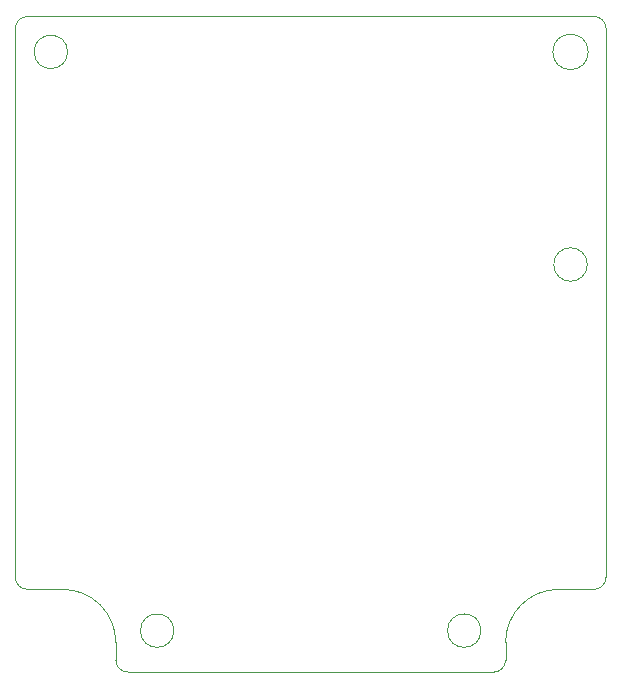
<source format=gm1>
G04 #@! TF.FileFunction,Profile,NP*
%FSLAX46Y46*%
G04 Gerber Fmt 4.6, Leading zero omitted, Abs format (unit mm)*
G04 Created by KiCad (PCBNEW 4.0.7) date Sat Jan 27 20:56:11 2018*
%MOMM*%
%LPD*%
G01*
G04 APERTURE LIST*
%ADD10C,0.100000*%
G04 APERTURE END LIST*
D10*
X102500000Y-115500000D02*
G75*
G03X98000000Y-111000000I-4500000J0D01*
G01*
X107414214Y-114500000D02*
G75*
G03X107414214Y-114500000I-1414214J0D01*
G01*
X133414214Y-114500000D02*
G75*
G03X133414214Y-114500000I-1414214J0D01*
G01*
X98414214Y-65500000D02*
G75*
G03X98414214Y-65500000I-1414214J0D01*
G01*
X142414214Y-83500000D02*
G75*
G03X142414214Y-83500000I-1414214J0D01*
G01*
X142500000Y-65500000D02*
G75*
G03X142500000Y-65500000I-1500000J0D01*
G01*
X94000000Y-63500000D02*
G75*
G02X95000000Y-62500000I1000000J0D01*
G01*
X143000000Y-62500000D02*
G75*
G02X144000000Y-63500000I0J-1000000D01*
G01*
X144000000Y-110000000D02*
G75*
G02X143000000Y-111000000I-1000000J0D01*
G01*
X135500000Y-117000000D02*
G75*
G02X134500000Y-118000000I-1000000J0D01*
G01*
X94998771Y-110999999D02*
G75*
G02X94000000Y-110000000I1229J999999D01*
G01*
X103500000Y-118000000D02*
G75*
G02X102500000Y-117000000I0J1000000D01*
G01*
X103500000Y-118000000D02*
X134500000Y-118000000D01*
X98000000Y-111000000D02*
X95000000Y-111000000D01*
X102500000Y-117000000D02*
X102500000Y-115500000D01*
X135500000Y-117000000D02*
X135500000Y-115500000D01*
X140000000Y-111000000D02*
X143000000Y-111000000D01*
X135500000Y-115500000D02*
G75*
G02X140000000Y-111000000I4500000J0D01*
G01*
X94000000Y-110002457D02*
X94000000Y-63500000D01*
X144000000Y-110000000D02*
X144000000Y-63500000D01*
X95000000Y-62500000D02*
X143000000Y-62500000D01*
M02*

</source>
